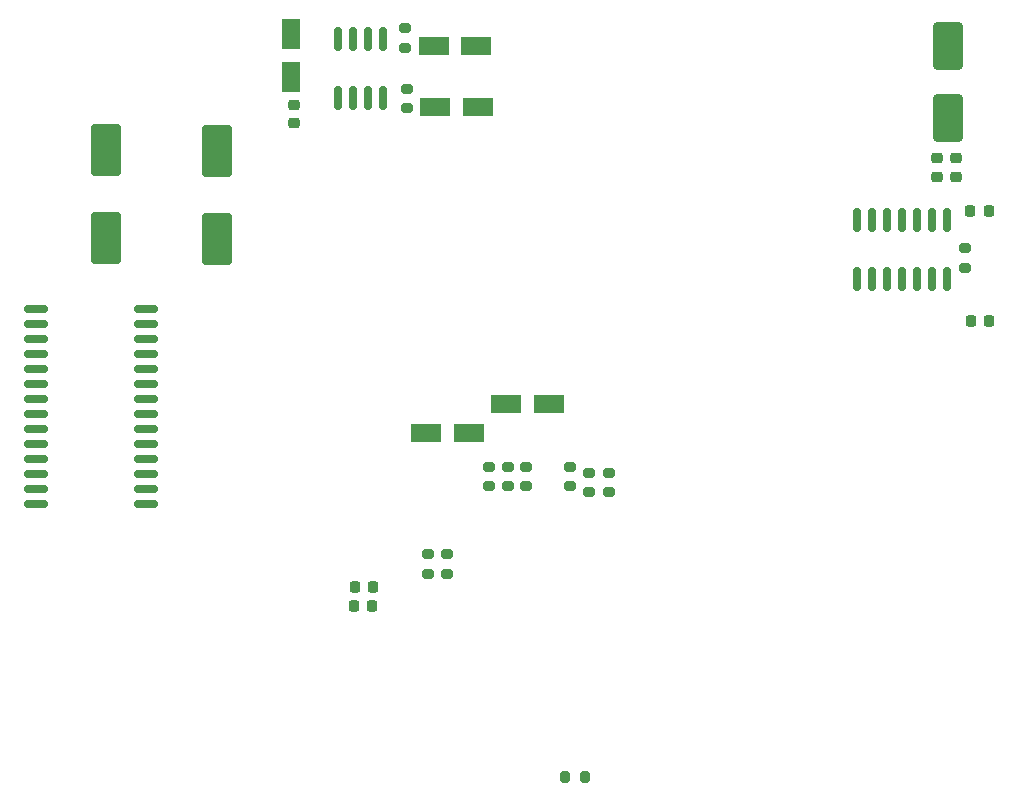
<source format=gtp>
%TF.GenerationSoftware,KiCad,Pcbnew,7.0.11-2.fc39*%
%TF.CreationDate,2024-06-25T10:32:52+03:00*%
%TF.ProjectId,rev.1,7265762e-312e-46b6-9963-61645f706362,rev?*%
%TF.SameCoordinates,Original*%
%TF.FileFunction,Paste,Top*%
%TF.FilePolarity,Positive*%
%FSLAX46Y46*%
G04 Gerber Fmt 4.6, Leading zero omitted, Abs format (unit mm)*
G04 Created by KiCad (PCBNEW 7.0.11-2.fc39) date 2024-06-25 10:32:52*
%MOMM*%
%LPD*%
G01*
G04 APERTURE LIST*
G04 Aperture macros list*
%AMRoundRect*
0 Rectangle with rounded corners*
0 $1 Rounding radius*
0 $2 $3 $4 $5 $6 $7 $8 $9 X,Y pos of 4 corners*
0 Add a 4 corners polygon primitive as box body*
4,1,4,$2,$3,$4,$5,$6,$7,$8,$9,$2,$3,0*
0 Add four circle primitives for the rounded corners*
1,1,$1+$1,$2,$3*
1,1,$1+$1,$4,$5*
1,1,$1+$1,$6,$7*
1,1,$1+$1,$8,$9*
0 Add four rect primitives between the rounded corners*
20,1,$1+$1,$2,$3,$4,$5,0*
20,1,$1+$1,$4,$5,$6,$7,0*
20,1,$1+$1,$6,$7,$8,$9,0*
20,1,$1+$1,$8,$9,$2,$3,0*%
G04 Aperture macros list end*
%ADD10RoundRect,0.200000X-0.275000X0.200000X-0.275000X-0.200000X0.275000X-0.200000X0.275000X0.200000X0*%
%ADD11RoundRect,0.225000X-0.250000X0.225000X-0.250000X-0.225000X0.250000X-0.225000X0.250000X0.225000X0*%
%ADD12RoundRect,0.200000X0.275000X-0.200000X0.275000X0.200000X-0.275000X0.200000X-0.275000X-0.200000X0*%
%ADD13RoundRect,0.218750X-0.218750X-0.256250X0.218750X-0.256250X0.218750X0.256250X-0.218750X0.256250X0*%
%ADD14RoundRect,0.150000X-0.150000X0.825000X-0.150000X-0.825000X0.150000X-0.825000X0.150000X0.825000X0*%
%ADD15RoundRect,0.225000X-0.225000X-0.250000X0.225000X-0.250000X0.225000X0.250000X-0.225000X0.250000X0*%
%ADD16RoundRect,0.250000X-1.050000X-0.550000X1.050000X-0.550000X1.050000X0.550000X-1.050000X0.550000X0*%
%ADD17RoundRect,0.150000X0.875000X0.150000X-0.875000X0.150000X-0.875000X-0.150000X0.875000X-0.150000X0*%
%ADD18RoundRect,0.200000X0.200000X0.275000X-0.200000X0.275000X-0.200000X-0.275000X0.200000X-0.275000X0*%
%ADD19RoundRect,0.250000X-1.000000X1.950000X-1.000000X-1.950000X1.000000X-1.950000X1.000000X1.950000X0*%
%ADD20RoundRect,0.218750X-0.256250X0.218750X-0.256250X-0.218750X0.256250X-0.218750X0.256250X0.218750X0*%
%ADD21RoundRect,0.250000X1.000000X-1.750000X1.000000X1.750000X-1.000000X1.750000X-1.000000X-1.750000X0*%
%ADD22RoundRect,0.250000X0.550000X-1.050000X0.550000X1.050000X-0.550000X1.050000X-0.550000X-1.050000X0*%
%ADD23RoundRect,0.150000X0.150000X-0.825000X0.150000X0.825000X-0.150000X0.825000X-0.150000X-0.825000X0*%
G04 APERTURE END LIST*
D10*
%TO.C,R15*%
X156595000Y-92455000D03*
X156595000Y-94105000D03*
%TD*%
D11*
%TO.C,C43*%
X189305000Y-66360000D03*
X189305000Y-67910000D03*
%TD*%
D12*
%TO.C,R34*%
X142655000Y-56975000D03*
X142655000Y-55325000D03*
%TD*%
D13*
%TO.C,L5*%
X138327500Y-104270000D03*
X139902500Y-104270000D03*
%TD*%
D14*
%TO.C,DA2*%
X140755000Y-56270000D03*
X139485000Y-56270000D03*
X138215000Y-56270000D03*
X136945000Y-56270000D03*
X136945000Y-61220000D03*
X138215000Y-61220000D03*
X139485000Y-61220000D03*
X140755000Y-61220000D03*
%TD*%
D11*
%TO.C,C27*%
X133285000Y-61795000D03*
X133285000Y-63345000D03*
%TD*%
D15*
%TO.C,C30*%
X190510000Y-70770000D03*
X192060000Y-70770000D03*
%TD*%
D10*
%TO.C,R14*%
X159905000Y-92985000D03*
X159905000Y-94635000D03*
%TD*%
D16*
%TO.C,C23*%
X151235000Y-87160000D03*
X154835000Y-87160000D03*
%TD*%
D10*
%TO.C,R17*%
X149755000Y-92445000D03*
X149755000Y-94095000D03*
%TD*%
D17*
%TO.C,DD6*%
X120745000Y-95645000D03*
X120745000Y-94375000D03*
X120745000Y-93105000D03*
X120745000Y-91835000D03*
X120745000Y-90565000D03*
X120745000Y-89295000D03*
X120745000Y-88025000D03*
X120745000Y-86755000D03*
X120745000Y-85485000D03*
X120745000Y-84215000D03*
X120745000Y-82945000D03*
X120745000Y-81675000D03*
X120745000Y-80405000D03*
X120745000Y-79135000D03*
X111445000Y-79135000D03*
X111445000Y-80405000D03*
X111445000Y-81675000D03*
X111445000Y-82945000D03*
X111445000Y-84215000D03*
X111445000Y-85485000D03*
X111445000Y-86755000D03*
X111445000Y-88025000D03*
X111445000Y-89295000D03*
X111445000Y-90565000D03*
X111445000Y-91835000D03*
X111445000Y-93105000D03*
X111445000Y-94375000D03*
X111445000Y-95645000D03*
%TD*%
D18*
%TO.C,R2*%
X157890000Y-118750000D03*
X156240000Y-118750000D03*
%TD*%
D15*
%TO.C,C8*%
X138410000Y-102620000D03*
X139960000Y-102620000D03*
%TD*%
D12*
%TO.C,R37*%
X190105000Y-75610000D03*
X190105000Y-73960000D03*
%TD*%
D15*
%TO.C,C31*%
X190550000Y-80080000D03*
X192100000Y-80080000D03*
%TD*%
D10*
%TO.C,R18*%
X152935000Y-92455000D03*
X152935000Y-94105000D03*
%TD*%
D19*
%TO.C,C3*%
X117305000Y-65680000D03*
X117305000Y-73080000D03*
%TD*%
D10*
%TO.C,R13*%
X158275000Y-92965000D03*
X158275000Y-94615000D03*
%TD*%
D20*
%TO.C,L15*%
X187715000Y-66342500D03*
X187715000Y-67917500D03*
%TD*%
D21*
%TO.C,C41*%
X188595000Y-62950000D03*
X188595000Y-56850000D03*
%TD*%
D22*
%TO.C,C28*%
X132975000Y-59420000D03*
X132975000Y-55820000D03*
%TD*%
D10*
%TO.C,R16*%
X151385000Y-92455000D03*
X151385000Y-94105000D03*
%TD*%
D23*
%TO.C,DD9*%
X180895000Y-76550000D03*
X182165000Y-76550000D03*
X183435000Y-76550000D03*
X184705000Y-76550000D03*
X185975000Y-76550000D03*
X187245000Y-76550000D03*
X188515000Y-76550000D03*
X188515000Y-71600000D03*
X187245000Y-71600000D03*
X185975000Y-71600000D03*
X184705000Y-71600000D03*
X183435000Y-71600000D03*
X182165000Y-71600000D03*
X180895000Y-71600000D03*
%TD*%
D19*
%TO.C,C9*%
X126725000Y-65750000D03*
X126725000Y-73150000D03*
%TD*%
D16*
%TO.C,C24*%
X144455000Y-89590000D03*
X148055000Y-89590000D03*
%TD*%
%TO.C,C37*%
X145225000Y-62010000D03*
X148825000Y-62010000D03*
%TD*%
D12*
%TO.C,R35*%
X142825000Y-62115000D03*
X142825000Y-60465000D03*
%TD*%
%TO.C,R10*%
X144605000Y-101535000D03*
X144605000Y-99885000D03*
%TD*%
%TO.C,R9*%
X146205000Y-101535000D03*
X146205000Y-99885000D03*
%TD*%
D16*
%TO.C,C36*%
X145095000Y-56850000D03*
X148695000Y-56850000D03*
%TD*%
M02*

</source>
